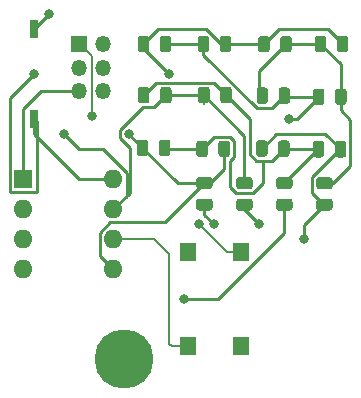
<source format=gbr>
%TF.GenerationSoftware,KiCad,Pcbnew,(5.1.8)-1*%
%TF.CreationDate,2021-03-25T23:04:17+02:00*%
%TF.ProjectId,charlie_keychain,63686172-6c69-4655-9f6b-657963686169,rev?*%
%TF.SameCoordinates,Original*%
%TF.FileFunction,Copper,L1,Top*%
%TF.FilePolarity,Positive*%
%FSLAX46Y46*%
G04 Gerber Fmt 4.6, Leading zero omitted, Abs format (unit mm)*
G04 Created by KiCad (PCBNEW (5.1.8)-1) date 2021-03-25 23:04:17*
%MOMM*%
%LPD*%
G01*
G04 APERTURE LIST*
%TA.AperFunction,ComponentPad*%
%ADD10O,1.600000X1.600000*%
%TD*%
%TA.AperFunction,ComponentPad*%
%ADD11R,1.600000X1.600000*%
%TD*%
%TA.AperFunction,ConnectorPad*%
%ADD12C,5.000000*%
%TD*%
%TA.AperFunction,ComponentPad*%
%ADD13C,2.900000*%
%TD*%
%TA.AperFunction,ComponentPad*%
%ADD14O,1.350000X1.350000*%
%TD*%
%TA.AperFunction,ComponentPad*%
%ADD15R,1.350000X1.350000*%
%TD*%
%TA.AperFunction,SMDPad,CuDef*%
%ADD16R,1.400000X1.600000*%
%TD*%
%TA.AperFunction,SMDPad,CuDef*%
%ADD17R,0.760000X1.600000*%
%TD*%
%TA.AperFunction,ViaPad*%
%ADD18C,0.800000*%
%TD*%
%TA.AperFunction,Conductor*%
%ADD19C,0.250000*%
%TD*%
%TA.AperFunction,Conductor*%
%ADD20C,0.200000*%
%TD*%
G04 APERTURE END LIST*
D10*
%TO.P,U1,8*%
%TO.N,VCC*%
X113366618Y-69850000D03*
%TO.P,U1,4*%
%TO.N,GND*%
X105746618Y-77470000D03*
%TO.P,U1,7*%
%TO.N,SCK*%
X113366618Y-72390000D03*
%TO.P,U1,3*%
%TO.N,pin_D*%
X105746618Y-74930000D03*
%TO.P,U1,6*%
%TO.N,Net-(SW2-Pad1)*%
X113366618Y-74930000D03*
%TO.P,U1,2*%
%TO.N,pin_C*%
X105746618Y-72390000D03*
%TO.P,U1,5*%
%TO.N,MOSI*%
X113366618Y-77470000D03*
D11*
%TO.P,U1,1*%
%TO.N,RESET*%
X105746618Y-69850000D03*
%TD*%
D12*
%TO.P,H1,1*%
%TO.N,GND*%
X114300000Y-85090000D03*
D13*
X114300000Y-85090000D03*
%TD*%
D14*
%TO.P,J1,6*%
%TO.N,GND*%
X112490000Y-62420000D03*
%TO.P,J1,5*%
%TO.N,RESET*%
X110490000Y-62420000D03*
%TO.P,J1,4*%
%TO.N,MOSI*%
X112490000Y-60420000D03*
%TO.P,J1,3*%
%TO.N,SCK*%
X110490000Y-60420000D03*
%TO.P,J1,2*%
%TO.N,VCC*%
X112490000Y-58420000D03*
D15*
%TO.P,J1,1*%
%TO.N,MISO*%
X110490000Y-58420000D03*
%TD*%
D16*
%TO.P,SW2,2*%
%TO.N,N/C*%
X119670000Y-76010000D03*
%TO.P,SW2,1*%
%TO.N,Net-(SW2-Pad1)*%
X119670000Y-84010000D03*
%TO.P,SW2,4*%
%TO.N,MISO*%
X124170000Y-76010000D03*
%TO.P,SW2,3*%
%TO.N,N/C*%
X124170000Y-84010000D03*
%TD*%
D17*
%TO.P,SW1,1*%
%TO.N,VCC*%
X106680000Y-64770000D03*
%TO.P,SW1,2*%
%TO.N,Net-(BT1-Pad1)*%
X106680000Y-57150000D03*
%TD*%
%TO.P,R4,2*%
%TO.N,Net-(D10-Pad1)*%
%TA.AperFunction,SMDPad,CuDef*%
G36*
G01*
X128288445Y-70720000D02*
X127388441Y-70720000D01*
G75*
G02*
X127138443Y-70470002I0J249998D01*
G01*
X127138443Y-69944998D01*
G75*
G02*
X127388441Y-69695000I249998J0D01*
G01*
X128288445Y-69695000D01*
G75*
G02*
X128538443Y-69944998I0J-249998D01*
G01*
X128538443Y-70470002D01*
G75*
G02*
X128288445Y-70720000I-249998J0D01*
G01*
G37*
%TD.AperFunction*%
%TO.P,R4,1*%
%TO.N,pin_D*%
%TA.AperFunction,SMDPad,CuDef*%
G36*
G01*
X128288445Y-72545000D02*
X127388441Y-72545000D01*
G75*
G02*
X127138443Y-72295002I0J249998D01*
G01*
X127138443Y-71769998D01*
G75*
G02*
X127388441Y-71520000I249998J0D01*
G01*
X128288445Y-71520000D01*
G75*
G02*
X128538443Y-71769998I0J-249998D01*
G01*
X128538443Y-72295002D01*
G75*
G02*
X128288445Y-72545000I-249998J0D01*
G01*
G37*
%TD.AperFunction*%
%TD*%
%TO.P,R3,2*%
%TO.N,pin_C*%
%TA.AperFunction,SMDPad,CuDef*%
G36*
G01*
X130779585Y-71520000D02*
X131679589Y-71520000D01*
G75*
G02*
X131929587Y-71769998I0J-249998D01*
G01*
X131929587Y-72295002D01*
G75*
G02*
X131679589Y-72545000I-249998J0D01*
G01*
X130779585Y-72545000D01*
G75*
G02*
X130529587Y-72295002I0J249998D01*
G01*
X130529587Y-71769998D01*
G75*
G02*
X130779585Y-71520000I249998J0D01*
G01*
G37*
%TD.AperFunction*%
%TO.P,R3,1*%
%TO.N,Net-(D4-Pad1)*%
%TA.AperFunction,SMDPad,CuDef*%
G36*
G01*
X130779585Y-69695000D02*
X131679589Y-69695000D01*
G75*
G02*
X131929587Y-69944998I0J-249998D01*
G01*
X131929587Y-70470002D01*
G75*
G02*
X131679589Y-70720000I-249998J0D01*
G01*
X130779585Y-70720000D01*
G75*
G02*
X130529587Y-70470002I0J249998D01*
G01*
X130529587Y-69944998D01*
G75*
G02*
X130779585Y-69695000I249998J0D01*
G01*
G37*
%TD.AperFunction*%
%TD*%
%TO.P,R2,2*%
%TO.N,Net-(D1-Pad2)*%
%TA.AperFunction,SMDPad,CuDef*%
G36*
G01*
X124009998Y-71520000D02*
X124910002Y-71520000D01*
G75*
G02*
X125160000Y-71769998I0J-249998D01*
G01*
X125160000Y-72295002D01*
G75*
G02*
X124910002Y-72545000I-249998J0D01*
G01*
X124009998Y-72545000D01*
G75*
G02*
X123760000Y-72295002I0J249998D01*
G01*
X123760000Y-71769998D01*
G75*
G02*
X124009998Y-71520000I249998J0D01*
G01*
G37*
%TD.AperFunction*%
%TO.P,R2,1*%
%TO.N,SCK*%
%TA.AperFunction,SMDPad,CuDef*%
G36*
G01*
X124009998Y-69695000D02*
X124910002Y-69695000D01*
G75*
G02*
X125160000Y-69944998I0J-249998D01*
G01*
X125160000Y-70470002D01*
G75*
G02*
X124910002Y-70720000I-249998J0D01*
G01*
X124009998Y-70720000D01*
G75*
G02*
X123760000Y-70470002I0J249998D01*
G01*
X123760000Y-69944998D01*
G75*
G02*
X124009998Y-69695000I249998J0D01*
G01*
G37*
%TD.AperFunction*%
%TD*%
%TO.P,R1,2*%
%TO.N,Net-(D1-Pad1)*%
%TA.AperFunction,SMDPad,CuDef*%
G36*
G01*
X120616496Y-71507116D02*
X121516500Y-71507116D01*
G75*
G02*
X121766498Y-71757114I0J-249998D01*
G01*
X121766498Y-72282118D01*
G75*
G02*
X121516500Y-72532116I-249998J0D01*
G01*
X120616496Y-72532116D01*
G75*
G02*
X120366498Y-72282118I0J249998D01*
G01*
X120366498Y-71757114D01*
G75*
G02*
X120616496Y-71507116I249998J0D01*
G01*
G37*
%TD.AperFunction*%
%TO.P,R1,1*%
%TO.N,MOSI*%
%TA.AperFunction,SMDPad,CuDef*%
G36*
G01*
X120616496Y-69682116D02*
X121516500Y-69682116D01*
G75*
G02*
X121766498Y-69932114I0J-249998D01*
G01*
X121766498Y-70457118D01*
G75*
G02*
X121516500Y-70707116I-249998J0D01*
G01*
X120616496Y-70707116D01*
G75*
G02*
X120366498Y-70457118I0J249998D01*
G01*
X120366498Y-69932114D01*
G75*
G02*
X120616496Y-69682116I249998J0D01*
G01*
G37*
%TD.AperFunction*%
%TD*%
%TO.P,D12,2*%
%TO.N,pin_C*%
%TA.AperFunction,SMDPad,CuDef*%
G36*
G01*
X132116944Y-67788084D02*
X132116944Y-66875584D01*
G75*
G02*
X132360694Y-66631834I243750J0D01*
G01*
X132848194Y-66631834D01*
G75*
G02*
X133091944Y-66875584I0J-243750D01*
G01*
X133091944Y-67788084D01*
G75*
G02*
X132848194Y-68031834I-243750J0D01*
G01*
X132360694Y-68031834D01*
G75*
G02*
X132116944Y-67788084I0J243750D01*
G01*
G37*
%TD.AperFunction*%
%TO.P,D12,1*%
%TO.N,Net-(D10-Pad1)*%
%TA.AperFunction,SMDPad,CuDef*%
G36*
G01*
X130241944Y-67788084D02*
X130241944Y-66875584D01*
G75*
G02*
X130485694Y-66631834I243750J0D01*
G01*
X130973194Y-66631834D01*
G75*
G02*
X131216944Y-66875584I0J-243750D01*
G01*
X131216944Y-67788084D01*
G75*
G02*
X130973194Y-68031834I-243750J0D01*
G01*
X130485694Y-68031834D01*
G75*
G02*
X130241944Y-67788084I0J243750D01*
G01*
G37*
%TD.AperFunction*%
%TD*%
%TO.P,D11,2*%
%TO.N,Net-(D10-Pad1)*%
%TA.AperFunction,SMDPad,CuDef*%
G36*
G01*
X127316175Y-67731894D02*
X127316175Y-66819394D01*
G75*
G02*
X127559925Y-66575644I243750J0D01*
G01*
X128047425Y-66575644D01*
G75*
G02*
X128291175Y-66819394I0J-243750D01*
G01*
X128291175Y-67731894D01*
G75*
G02*
X128047425Y-67975644I-243750J0D01*
G01*
X127559925Y-67975644D01*
G75*
G02*
X127316175Y-67731894I0J243750D01*
G01*
G37*
%TD.AperFunction*%
%TO.P,D11,1*%
%TO.N,pin_C*%
%TA.AperFunction,SMDPad,CuDef*%
G36*
G01*
X125441175Y-67731894D02*
X125441175Y-66819394D01*
G75*
G02*
X125684925Y-66575644I243750J0D01*
G01*
X126172425Y-66575644D01*
G75*
G02*
X126416175Y-66819394I0J-243750D01*
G01*
X126416175Y-67731894D01*
G75*
G02*
X126172425Y-67975644I-243750J0D01*
G01*
X125684925Y-67975644D01*
G75*
G02*
X125441175Y-67731894I0J243750D01*
G01*
G37*
%TD.AperFunction*%
%TD*%
%TO.P,D10,2*%
%TO.N,MOSI*%
%TA.AperFunction,SMDPad,CuDef*%
G36*
G01*
X122260814Y-67758763D02*
X122260814Y-66846263D01*
G75*
G02*
X122504564Y-66602513I243750J0D01*
G01*
X122992064Y-66602513D01*
G75*
G02*
X123235814Y-66846263I0J-243750D01*
G01*
X123235814Y-67758763D01*
G75*
G02*
X122992064Y-68002513I-243750J0D01*
G01*
X122504564Y-68002513D01*
G75*
G02*
X122260814Y-67758763I0J243750D01*
G01*
G37*
%TD.AperFunction*%
%TO.P,D10,1*%
%TO.N,Net-(D10-Pad1)*%
%TA.AperFunction,SMDPad,CuDef*%
G36*
G01*
X120385814Y-67758763D02*
X120385814Y-66846263D01*
G75*
G02*
X120629564Y-66602513I243750J0D01*
G01*
X121117064Y-66602513D01*
G75*
G02*
X121360814Y-66846263I0J-243750D01*
G01*
X121360814Y-67758763D01*
G75*
G02*
X121117064Y-68002513I-243750J0D01*
G01*
X120629564Y-68002513D01*
G75*
G02*
X120385814Y-67758763I0J243750D01*
G01*
G37*
%TD.AperFunction*%
%TD*%
%TO.P,D9,2*%
%TO.N,Net-(D10-Pad1)*%
%TA.AperFunction,SMDPad,CuDef*%
G36*
G01*
X117214569Y-67668030D02*
X117214569Y-66755530D01*
G75*
G02*
X117458319Y-66511780I243750J0D01*
G01*
X117945819Y-66511780D01*
G75*
G02*
X118189569Y-66755530I0J-243750D01*
G01*
X118189569Y-67668030D01*
G75*
G02*
X117945819Y-67911780I-243750J0D01*
G01*
X117458319Y-67911780D01*
G75*
G02*
X117214569Y-67668030I0J243750D01*
G01*
G37*
%TD.AperFunction*%
%TO.P,D9,1*%
%TO.N,MOSI*%
%TA.AperFunction,SMDPad,CuDef*%
G36*
G01*
X115339569Y-67668030D02*
X115339569Y-66755530D01*
G75*
G02*
X115583319Y-66511780I243750J0D01*
G01*
X116070819Y-66511780D01*
G75*
G02*
X116314569Y-66755530I0J-243750D01*
G01*
X116314569Y-67668030D01*
G75*
G02*
X116070819Y-67911780I-243750J0D01*
G01*
X115583319Y-67911780D01*
G75*
G02*
X115339569Y-67668030I0J243750D01*
G01*
G37*
%TD.AperFunction*%
%TD*%
%TO.P,D8,2*%
%TO.N,Net-(D4-Pad1)*%
%TA.AperFunction,SMDPad,CuDef*%
G36*
G01*
X132140854Y-63346011D02*
X132140854Y-62433511D01*
G75*
G02*
X132384604Y-62189761I243750J0D01*
G01*
X132872104Y-62189761D01*
G75*
G02*
X133115854Y-62433511I0J-243750D01*
G01*
X133115854Y-63346011D01*
G75*
G02*
X132872104Y-63589761I-243750J0D01*
G01*
X132384604Y-63589761D01*
G75*
G02*
X132140854Y-63346011I0J243750D01*
G01*
G37*
%TD.AperFunction*%
%TO.P,D8,1*%
%TO.N,Net-(D1-Pad2)*%
%TA.AperFunction,SMDPad,CuDef*%
G36*
G01*
X130265854Y-63346011D02*
X130265854Y-62433511D01*
G75*
G02*
X130509604Y-62189761I243750J0D01*
G01*
X130997104Y-62189761D01*
G75*
G02*
X131240854Y-62433511I0J-243750D01*
G01*
X131240854Y-63346011D01*
G75*
G02*
X130997104Y-63589761I-243750J0D01*
G01*
X130509604Y-63589761D01*
G75*
G02*
X130265854Y-63346011I0J243750D01*
G01*
G37*
%TD.AperFunction*%
%TD*%
%TO.P,D7,2*%
%TO.N,Net-(D1-Pad2)*%
%TA.AperFunction,SMDPad,CuDef*%
G36*
G01*
X127361722Y-63256081D02*
X127361722Y-62343581D01*
G75*
G02*
X127605472Y-62099831I243750J0D01*
G01*
X128092972Y-62099831D01*
G75*
G02*
X128336722Y-62343581I0J-243750D01*
G01*
X128336722Y-63256081D01*
G75*
G02*
X128092972Y-63499831I-243750J0D01*
G01*
X127605472Y-63499831D01*
G75*
G02*
X127361722Y-63256081I0J243750D01*
G01*
G37*
%TD.AperFunction*%
%TO.P,D7,1*%
%TO.N,Net-(D4-Pad1)*%
%TA.AperFunction,SMDPad,CuDef*%
G36*
G01*
X125486722Y-63256081D02*
X125486722Y-62343581D01*
G75*
G02*
X125730472Y-62099831I243750J0D01*
G01*
X126217972Y-62099831D01*
G75*
G02*
X126461722Y-62343581I0J-243750D01*
G01*
X126461722Y-63256081D01*
G75*
G02*
X126217972Y-63499831I-243750J0D01*
G01*
X125730472Y-63499831D01*
G75*
G02*
X125486722Y-63256081I0J243750D01*
G01*
G37*
%TD.AperFunction*%
%TD*%
%TO.P,D6,2*%
%TO.N,Net-(D10-Pad1)*%
%TA.AperFunction,SMDPad,CuDef*%
G36*
G01*
X122408541Y-63191845D02*
X122408541Y-62279345D01*
G75*
G02*
X122652291Y-62035595I243750J0D01*
G01*
X123139791Y-62035595D01*
G75*
G02*
X123383541Y-62279345I0J-243750D01*
G01*
X123383541Y-63191845D01*
G75*
G02*
X123139791Y-63435595I-243750J0D01*
G01*
X122652291Y-63435595D01*
G75*
G02*
X122408541Y-63191845I0J243750D01*
G01*
G37*
%TD.AperFunction*%
%TO.P,D6,1*%
%TO.N,SCK*%
%TA.AperFunction,SMDPad,CuDef*%
G36*
G01*
X120533541Y-63191845D02*
X120533541Y-62279345D01*
G75*
G02*
X120777291Y-62035595I243750J0D01*
G01*
X121264791Y-62035595D01*
G75*
G02*
X121508541Y-62279345I0J-243750D01*
G01*
X121508541Y-63191845D01*
G75*
G02*
X121264791Y-63435595I-243750J0D01*
G01*
X120777291Y-63435595D01*
G75*
G02*
X120533541Y-63191845I0J243750D01*
G01*
G37*
%TD.AperFunction*%
%TD*%
%TO.P,D5,2*%
%TO.N,Net-(D4-Pad1)*%
%TA.AperFunction,SMDPad,CuDef*%
G36*
G01*
X127487127Y-58895742D02*
X127487127Y-57983242D01*
G75*
G02*
X127730877Y-57739492I243750J0D01*
G01*
X128218377Y-57739492D01*
G75*
G02*
X128462127Y-57983242I0J-243750D01*
G01*
X128462127Y-58895742D01*
G75*
G02*
X128218377Y-59139492I-243750J0D01*
G01*
X127730877Y-59139492D01*
G75*
G02*
X127487127Y-58895742I0J243750D01*
G01*
G37*
%TD.AperFunction*%
%TO.P,D5,1*%
%TO.N,Net-(D1-Pad1)*%
%TA.AperFunction,SMDPad,CuDef*%
G36*
G01*
X125612127Y-58895742D02*
X125612127Y-57983242D01*
G75*
G02*
X125855877Y-57739492I243750J0D01*
G01*
X126343377Y-57739492D01*
G75*
G02*
X126587127Y-57983242I0J-243750D01*
G01*
X126587127Y-58895742D01*
G75*
G02*
X126343377Y-59139492I-243750J0D01*
G01*
X125855877Y-59139492D01*
G75*
G02*
X125612127Y-58895742I0J243750D01*
G01*
G37*
%TD.AperFunction*%
%TD*%
%TO.P,D4,2*%
%TO.N,Net-(D1-Pad1)*%
%TA.AperFunction,SMDPad,CuDef*%
G36*
G01*
X132282292Y-58876250D02*
X132282292Y-57963750D01*
G75*
G02*
X132526042Y-57720000I243750J0D01*
G01*
X133013542Y-57720000D01*
G75*
G02*
X133257292Y-57963750I0J-243750D01*
G01*
X133257292Y-58876250D01*
G75*
G02*
X133013542Y-59120000I-243750J0D01*
G01*
X132526042Y-59120000D01*
G75*
G02*
X132282292Y-58876250I0J243750D01*
G01*
G37*
%TD.AperFunction*%
%TO.P,D4,1*%
%TO.N,Net-(D4-Pad1)*%
%TA.AperFunction,SMDPad,CuDef*%
G36*
G01*
X130407292Y-58876250D02*
X130407292Y-57963750D01*
G75*
G02*
X130651042Y-57720000I243750J0D01*
G01*
X131138542Y-57720000D01*
G75*
G02*
X131382292Y-57963750I0J-243750D01*
G01*
X131382292Y-58876250D01*
G75*
G02*
X131138542Y-59120000I-243750J0D01*
G01*
X130651042Y-59120000D01*
G75*
G02*
X130407292Y-58876250I0J243750D01*
G01*
G37*
%TD.AperFunction*%
%TD*%
%TO.P,D3,2*%
%TO.N,SCK*%
%TA.AperFunction,SMDPad,CuDef*%
G36*
G01*
X117319487Y-63201481D02*
X117319487Y-62288981D01*
G75*
G02*
X117563237Y-62045231I243750J0D01*
G01*
X118050737Y-62045231D01*
G75*
G02*
X118294487Y-62288981I0J-243750D01*
G01*
X118294487Y-63201481D01*
G75*
G02*
X118050737Y-63445231I-243750J0D01*
G01*
X117563237Y-63445231D01*
G75*
G02*
X117319487Y-63201481I0J243750D01*
G01*
G37*
%TD.AperFunction*%
%TO.P,D3,1*%
%TO.N,Net-(D10-Pad1)*%
%TA.AperFunction,SMDPad,CuDef*%
G36*
G01*
X115444487Y-63201481D02*
X115444487Y-62288981D01*
G75*
G02*
X115688237Y-62045231I243750J0D01*
G01*
X116175737Y-62045231D01*
G75*
G02*
X116419487Y-62288981I0J-243750D01*
G01*
X116419487Y-63201481D01*
G75*
G02*
X116175737Y-63445231I-243750J0D01*
G01*
X115688237Y-63445231D01*
G75*
G02*
X115444487Y-63201481I0J243750D01*
G01*
G37*
%TD.AperFunction*%
%TD*%
%TO.P,D2,2*%
%TO.N,Net-(D1-Pad1)*%
%TA.AperFunction,SMDPad,CuDef*%
G36*
G01*
X122370000Y-58876250D02*
X122370000Y-57963750D01*
G75*
G02*
X122613750Y-57720000I243750J0D01*
G01*
X123101250Y-57720000D01*
G75*
G02*
X123345000Y-57963750I0J-243750D01*
G01*
X123345000Y-58876250D01*
G75*
G02*
X123101250Y-59120000I-243750J0D01*
G01*
X122613750Y-59120000D01*
G75*
G02*
X122370000Y-58876250I0J243750D01*
G01*
G37*
%TD.AperFunction*%
%TO.P,D2,1*%
%TO.N,Net-(D1-Pad2)*%
%TA.AperFunction,SMDPad,CuDef*%
G36*
G01*
X120495000Y-58876250D02*
X120495000Y-57963750D01*
G75*
G02*
X120738750Y-57720000I243750J0D01*
G01*
X121226250Y-57720000D01*
G75*
G02*
X121470000Y-57963750I0J-243750D01*
G01*
X121470000Y-58876250D01*
G75*
G02*
X121226250Y-59120000I-243750J0D01*
G01*
X120738750Y-59120000D01*
G75*
G02*
X120495000Y-58876250I0J243750D01*
G01*
G37*
%TD.AperFunction*%
%TD*%
%TO.P,D1,2*%
%TO.N,Net-(D1-Pad2)*%
%TA.AperFunction,SMDPad,CuDef*%
G36*
G01*
X117290000Y-58876250D02*
X117290000Y-57963750D01*
G75*
G02*
X117533750Y-57720000I243750J0D01*
G01*
X118021250Y-57720000D01*
G75*
G02*
X118265000Y-57963750I0J-243750D01*
G01*
X118265000Y-58876250D01*
G75*
G02*
X118021250Y-59120000I-243750J0D01*
G01*
X117533750Y-59120000D01*
G75*
G02*
X117290000Y-58876250I0J243750D01*
G01*
G37*
%TD.AperFunction*%
%TO.P,D1,1*%
%TO.N,Net-(D1-Pad1)*%
%TA.AperFunction,SMDPad,CuDef*%
G36*
G01*
X115415000Y-58876250D02*
X115415000Y-57963750D01*
G75*
G02*
X115658750Y-57720000I243750J0D01*
G01*
X116146250Y-57720000D01*
G75*
G02*
X116390000Y-57963750I0J-243750D01*
G01*
X116390000Y-58876250D01*
G75*
G02*
X116146250Y-59120000I-243750J0D01*
G01*
X115658750Y-59120000D01*
G75*
G02*
X115415000Y-58876250I0J243750D01*
G01*
G37*
%TD.AperFunction*%
%TD*%
D18*
%TO.N,Net-(BT1-Pad1)*%
X107950000Y-55880000D03*
%TO.N,Net-(D1-Pad2)*%
X125730000Y-73660000D03*
X128270000Y-64770000D03*
%TO.N,Net-(D1-Pad1)*%
X121859996Y-73660000D03*
X118110000Y-60960000D03*
%TO.N,SCK*%
X109220000Y-66040000D03*
%TO.N,MOSI*%
X114655289Y-66040000D03*
%TO.N,pin_C*%
X129540000Y-74930000D03*
%TO.N,VCC*%
X106680000Y-60960000D03*
%TO.N,MISO*%
X111514999Y-64524999D03*
X120650000Y-73660000D03*
%TO.N,pin_D*%
X119380000Y-80010000D03*
%TD*%
D19*
%TO.N,Net-(BT1-Pad1)*%
X106680000Y-57150000D02*
X107950000Y-55880000D01*
X107950000Y-55880000D02*
X107950000Y-55880000D01*
%TO.N,Net-(D1-Pad2)*%
X124460000Y-72032500D02*
X124460000Y-72390000D01*
X124460000Y-72390000D02*
X125730000Y-73660000D01*
X125730000Y-73660000D02*
X125730000Y-73660000D01*
X128873115Y-64770000D02*
X130753354Y-62889761D01*
X128270000Y-64770000D02*
X128873115Y-64770000D01*
X127939152Y-62889761D02*
X127849222Y-62799831D01*
X130753354Y-62889761D02*
X127939152Y-62889761D01*
X120982500Y-59312459D02*
X120982500Y-58420000D01*
X125494882Y-63824841D02*
X120982500Y-59312459D01*
X126824212Y-63824841D02*
X125494882Y-63824841D01*
X127849222Y-62799831D02*
X126824212Y-63824841D01*
X120982500Y-58420000D02*
X117777500Y-58420000D01*
%TO.N,Net-(D1-Pad1)*%
X121066498Y-72019616D02*
X121066498Y-72806498D01*
X121066498Y-72866502D02*
X121859996Y-73660000D01*
X121066498Y-72019616D02*
X121066498Y-72866502D01*
X121859996Y-73660000D02*
X121859996Y-73660000D01*
X115902500Y-58752500D02*
X115902500Y-58420000D01*
X118110000Y-60960000D02*
X115902500Y-58752500D01*
X115902500Y-58420000D02*
X117172500Y-57150000D01*
X121216850Y-57150000D02*
X122486850Y-58420000D01*
X122486850Y-58420000D02*
X122857500Y-58420000D01*
X117172500Y-57150000D02*
X121216850Y-57150000D01*
X126080135Y-58420000D02*
X126099627Y-58439492D01*
X122857500Y-58420000D02*
X126080135Y-58420000D01*
X126099627Y-58439492D02*
X127389119Y-57150000D01*
X131499792Y-57150000D02*
X132769792Y-58420000D01*
X127389119Y-57150000D02*
X131499792Y-57150000D01*
D20*
%TO.N,SCK*%
X121021041Y-63540548D02*
X121021041Y-62735595D01*
D19*
X114491619Y-69309999D02*
X112491620Y-67310000D01*
X114491619Y-71264999D02*
X114491619Y-69309999D01*
X113366618Y-72390000D02*
X114491619Y-71264999D01*
X112491620Y-67310000D02*
X110490000Y-67310000D01*
X110490000Y-67310000D02*
X109220000Y-66040000D01*
X109220000Y-66040000D02*
X109220000Y-66040000D01*
X115852046Y-63770241D02*
X116781977Y-63770241D01*
X113930288Y-65691999D02*
X115852046Y-63770241D01*
X113930288Y-66388001D02*
X113930288Y-65691999D01*
X116781977Y-63770241D02*
X117806987Y-62745231D01*
X114743880Y-67201593D02*
X113930288Y-66388001D01*
X114743880Y-71012738D02*
X114743880Y-67201593D01*
X113366618Y-72390000D02*
X114743880Y-71012738D01*
X121011405Y-62745231D02*
X121021041Y-62735595D01*
X117806987Y-62745231D02*
X121011405Y-62745231D01*
X124460000Y-66174554D02*
X124460000Y-70207500D01*
X121021041Y-62735595D02*
X124460000Y-66174554D01*
%TO.N,Net-(D10-Pad1)*%
X127853778Y-70207500D02*
X130729444Y-67331834D01*
X127838443Y-70207500D02*
X127853778Y-70207500D01*
X127859865Y-67331834D02*
X127803675Y-67275644D01*
X130729444Y-67331834D02*
X127859865Y-67331834D01*
X124910010Y-64749564D02*
X122896041Y-62735595D01*
X124910010Y-67761329D02*
X124910010Y-64749564D01*
X125449335Y-68300654D02*
X124910010Y-67761329D01*
X127803675Y-67275644D02*
X126778665Y-68300654D01*
X116966633Y-61710585D02*
X115931987Y-62745231D01*
X121871031Y-61710585D02*
X116966633Y-61710585D01*
X122896041Y-62735595D02*
X121871031Y-61710585D01*
X121898324Y-66277503D02*
X120873314Y-67302513D01*
X123227654Y-68327523D02*
X123560824Y-67994353D01*
X123771820Y-71045010D02*
X123227654Y-70500844D01*
X123560824Y-66610673D02*
X123227654Y-66277503D01*
X125148180Y-71045010D02*
X123771820Y-71045010D01*
X126009346Y-70183844D02*
X125148180Y-71045010D01*
X126009346Y-68300654D02*
X126009346Y-70183844D01*
X123227654Y-66277503D02*
X121898324Y-66277503D01*
X126778665Y-68300654D02*
X126009346Y-68300654D01*
X123560824Y-67994353D02*
X123560824Y-66610673D01*
X123227654Y-70500844D02*
X123227654Y-68327523D01*
X126009346Y-68300654D02*
X125449335Y-68300654D01*
X117792802Y-67302513D02*
X117702069Y-67211780D01*
X120873314Y-67302513D02*
X117792802Y-67302513D01*
D20*
%TO.N,Net-(D4-Pad1)*%
X131229587Y-70207500D02*
X131722500Y-70207500D01*
X130875300Y-58439492D02*
X130894792Y-58420000D01*
D19*
X133416954Y-68720133D02*
X133416954Y-64836954D01*
X131929587Y-70207500D02*
X133416954Y-68720133D01*
X131229587Y-70207500D02*
X131929587Y-70207500D01*
X132628354Y-64048354D02*
X132628354Y-62889761D01*
X133416954Y-64836954D02*
X132628354Y-64048354D01*
X132628354Y-60153562D02*
X130894792Y-58420000D01*
X132628354Y-62889761D02*
X132628354Y-60153562D01*
X127994119Y-58420000D02*
X127974627Y-58439492D01*
X130894792Y-58420000D02*
X127994119Y-58420000D01*
X127974627Y-58439492D02*
X125730000Y-60684119D01*
X125730000Y-62555609D02*
X125974222Y-62799831D01*
X125730000Y-60684119D02*
X125730000Y-62555609D01*
%TO.N,MOSI*%
X120642002Y-70194616D02*
X121066498Y-70194616D01*
X117746113Y-73515001D02*
X121066498Y-70194616D01*
X113116615Y-73515001D02*
X117746113Y-73515001D01*
X112241617Y-74389999D02*
X113116615Y-73515001D01*
X112241617Y-76344999D02*
X112241617Y-74389999D01*
X113366618Y-77470000D02*
X112241617Y-76344999D01*
X121066498Y-70194616D02*
X121575384Y-70194616D01*
X122748314Y-69021686D02*
X122748314Y-67302513D01*
X121575384Y-70194616D02*
X122748314Y-69021686D01*
X118809905Y-70194616D02*
X115827069Y-67211780D01*
X121066498Y-70194616D02*
X118809905Y-70194616D01*
X115827069Y-67211780D02*
X114655289Y-66040000D01*
X114655289Y-66040000D02*
X114655289Y-66040000D01*
%TO.N,pin_C*%
X132579563Y-67331834D02*
X132604444Y-67331834D01*
X130204577Y-69706820D02*
X132579563Y-67331834D01*
X130204577Y-71007490D02*
X130204577Y-69706820D01*
X131229587Y-72032500D02*
X130204577Y-71007490D01*
X132604444Y-67331834D02*
X131312610Y-66040000D01*
X127164319Y-66040000D02*
X125928675Y-67275644D01*
X131312610Y-66040000D02*
X127164319Y-66040000D01*
X129540000Y-73722087D02*
X131229587Y-72032500D01*
X129540000Y-74930000D02*
X129540000Y-73722087D01*
%TO.N,RESET*%
X107264998Y-62420000D02*
X110490000Y-62420000D01*
X105746618Y-63938380D02*
X107264998Y-62420000D01*
X105746618Y-69850000D02*
X105746618Y-63938380D01*
%TO.N,VCC*%
X113366618Y-69850000D02*
X110490000Y-69850000D01*
X106680000Y-66040000D02*
X106680000Y-64770000D01*
X110490000Y-69850000D02*
X106680000Y-66040000D01*
X106871619Y-64961619D02*
X106680000Y-64770000D01*
X106871619Y-70910001D02*
X106871619Y-64961619D01*
X106806619Y-70975001D02*
X106871619Y-70910001D01*
X104686617Y-70975001D02*
X106806619Y-70975001D01*
X104621617Y-70910001D02*
X104686617Y-70975001D01*
X104621617Y-63018383D02*
X104621617Y-70910001D01*
X106680000Y-60960000D02*
X104621617Y-63018383D01*
D20*
%TO.N,MISO*%
X111514999Y-59444999D02*
X111514999Y-64524999D01*
X110490000Y-58420000D02*
X111514999Y-59444999D01*
X111514999Y-64524999D02*
X111514999Y-64524999D01*
X123000000Y-76010000D02*
X124170000Y-76010000D01*
X120650000Y-73660000D02*
X123000000Y-76010000D01*
D19*
%TO.N,pin_D*%
X127838443Y-74426559D02*
X122255002Y-80010000D01*
X127838443Y-72032500D02*
X127838443Y-74426559D01*
X122255002Y-80010000D02*
X119380000Y-80010000D01*
X119380000Y-80010000D02*
X119380000Y-80010000D01*
D20*
%TO.N,Net-(SW2-Pad1)*%
X119670000Y-84010000D02*
X118300000Y-84010000D01*
X118300000Y-84010000D02*
X118110000Y-83820000D01*
X118110000Y-83820000D02*
X118110000Y-76200000D01*
X116840000Y-74930000D02*
X113366618Y-74930000D01*
X118110000Y-76200000D02*
X116840000Y-74930000D01*
%TD*%
M02*

</source>
